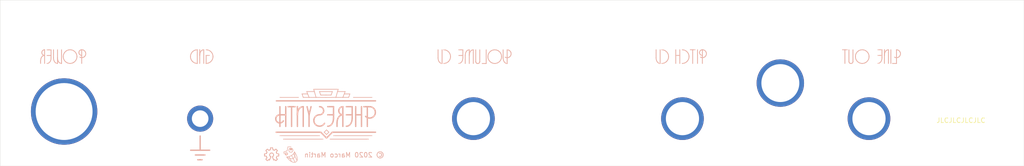
<source format=kicad_pcb>
(kicad_pcb (version 20171130) (host pcbnew 5.1.5-5.1.5)

  (general
    (thickness 1.6)
    (drawings 339)
    (tracks 0)
    (zones 0)
    (modules 6)
    (nets 1)
  )

  (page A4)
  (layers
    (0 F.Cu signal)
    (31 B.Cu signal)
    (32 B.Adhes user)
    (33 F.Adhes user)
    (34 B.Paste user)
    (35 F.Paste user)
    (36 B.SilkS user)
    (37 F.SilkS user)
    (38 B.Mask user)
    (39 F.Mask user)
    (40 Dwgs.User user)
    (41 Cmts.User user)
    (42 Eco1.User user)
    (43 Eco2.User user)
    (44 Edge.Cuts user)
    (45 Margin user)
    (46 B.CrtYd user)
    (47 F.CrtYd user)
    (48 B.Fab user)
    (49 F.Fab user)
  )

  (setup
    (last_trace_width 0.25)
    (trace_clearance 0.2)
    (zone_clearance 0.508)
    (zone_45_only no)
    (trace_min 0.2)
    (via_size 0.8)
    (via_drill 0.4)
    (via_min_size 0.4)
    (via_min_drill 0.3)
    (uvia_size 0.3)
    (uvia_drill 0.1)
    (uvias_allowed no)
    (uvia_min_size 0.2)
    (uvia_min_drill 0.1)
    (edge_width 0.05)
    (segment_width 0.2)
    (pcb_text_width 0.3)
    (pcb_text_size 1.5 1.5)
    (mod_edge_width 0.12)
    (mod_text_size 1 1)
    (mod_text_width 0.15)
    (pad_size 10 10)
    (pad_drill 8)
    (pad_to_mask_clearance 0.051)
    (solder_mask_min_width 0.25)
    (aux_axis_origin 0 0)
    (grid_origin 44 129.47)
    (visible_elements FFFFFF7F)
    (pcbplotparams
      (layerselection 0x010fc_ffffffff)
      (usegerberextensions false)
      (usegerberattributes false)
      (usegerberadvancedattributes false)
      (creategerberjobfile false)
      (excludeedgelayer true)
      (linewidth 0.100000)
      (plotframeref false)
      (viasonmask false)
      (mode 1)
      (useauxorigin false)
      (hpglpennumber 1)
      (hpglpenspeed 20)
      (hpglpendiameter 15.000000)
      (psnegative false)
      (psa4output false)
      (plotreference true)
      (plotvalue true)
      (plotinvisibletext false)
      (padsonsilk false)
      (subtractmaskfromsilk false)
      (outputformat 1)
      (mirror false)
      (drillshape 0)
      (scaleselection 1)
      (outputdirectory "gerber/"))
  )

  (net 0 "")

  (net_class Default "This is the default net class."
    (clearance 0.2)
    (trace_width 0.25)
    (via_dia 0.8)
    (via_drill 0.4)
    (uvia_dia 0.3)
    (uvia_drill 0.1)
  )

  (net_class Power ""
    (clearance 0.4)
    (trace_width 0.5)
    (via_dia 0.8)
    (via_drill 0.4)
    (uvia_dia 0.3)
    (uvia_drill 0.1)
  )

  (module theresynth-backpanel:PotentiometerPanel_Hole (layer F.Cu) (tedit 5F995089) (tstamp 5F996121)
    (at 207.6 45.77)
    (fp_text reference REF** (at 0 0.5) (layer F.SilkS)
      (effects (font (size 1 1) (thickness 0.15)))
    )
    (fp_text value PotentiometerPanel_Hole (at 0 -0.5) (layer F.Fab)
      (effects (font (size 1 1) (thickness 0.15)))
    )
    (pad 1 thru_hole circle (at 0 -0.27) (size 10 10) (drill 8) (layers *.Cu *.Mask))
  )

  (module theresynth-backpanel:led_panel_hole (layer F.Cu) (tedit 5F971E74) (tstamp 5F97C30D)
    (at 85.2 58.97)
    (fp_text reference REF** (at 0 0.5) (layer F.SilkS) hide
      (effects (font (size 1 1) (thickness 0.15)))
    )
    (fp_text value led_panel_hole (at 0 -0.5) (layer F.Fab) hide
      (effects (font (size 1 1) (thickness 0.15)))
    )
    (pad 1 thru_hole circle (at 0 -5.97) (size 5.5 5.5) (drill 3.5) (layers *.Cu *.Mask))
  )

  (module theresynth-backpanel:stereo_jack_panel_hole (layer F.Cu) (tedit 5F971C59) (tstamp 5F97C000)
    (at 226.3 53)
    (fp_text reference REF** (at 0 0.5) (layer F.SilkS) hide
      (effects (font (size 1 1) (thickness 0.15)))
    )
    (fp_text value stereo_jack_panel_hole (at 0 -0.5) (layer F.Fab) hide
      (effects (font (size 1 1) (thickness 0.15)))
    )
    (pad 1 thru_hole circle (at 0 0) (size 9 9) (drill 7) (layers *.Cu *.Mask))
  )

  (module theresynth-backpanel:stereo_jack_panel_hole (layer F.Cu) (tedit 5F971C47) (tstamp 5F97BF55)
    (at 186.4 53)
    (fp_text reference REF** (at 0 0.5) (layer F.SilkS) hide
      (effects (font (size 1 1) (thickness 0.15)))
    )
    (fp_text value stereo_jack_panel_hole (at 0 -0.5) (layer F.Fab) hide
      (effects (font (size 1 1) (thickness 0.15)))
    )
    (pad 1 thru_hole circle (at 0.55 0) (size 9 9) (drill 7) (layers *.Cu *.Mask))
  )

  (module theresynth-backpanel:stereo_jack_panel_hole (layer F.Cu) (tedit 5F971C59) (tstamp 5F97BE69)
    (at 142.85 53)
    (fp_text reference REF** (at 0 0.5) (layer F.SilkS) hide
      (effects (font (size 1 1) (thickness 0.15)))
    )
    (fp_text value stereo_jack_panel_hole (at 0 -0.5) (layer F.Fab) hide
      (effects (font (size 1 1) (thickness 0.15)))
    )
    (pad 1 thru_hole circle (at 0 0) (size 9 9) (drill 7) (layers *.Cu *.Mask))
  )

  (module theresynth-backpanel:PotentiometerPanel_Hole (layer F.Cu) (tedit 5F971EA1) (tstamp 5F97BCEE)
    (at 162.8 45.5)
    (fp_text reference REF** (at 0 0.5) (layer F.SilkS) hide
      (effects (font (size 1 1) (thickness 0.15)))
    )
    (fp_text value PotentiometerPanel_Hole (at 0 -0.5) (layer F.Fab) hide
      (effects (font (size 1 1) (thickness 0.15)))
    )
    (pad 1 thru_hole circle (at -106.3 6) (size 14 14) (drill 12) (layers *.Cu *.Mask))
  )

  (gr_curve (pts (xy 137.603165 40.938963) (xy 137.332722 41.209406) (xy 136.965923 41.361339) (xy 136.583459 41.361339)) (layer B.SilkS) (width 0.18) (tstamp 5F97C5AE))
  (gr_line (start 136.243308 38.47) (end 136.243308 41.361339) (layer B.SilkS) (width 0.18) (tstamp 5F97C5AD))
  (gr_line (start 135.392913 40.170788) (end 135.392913 38.47) (layer B.SilkS) (width 0.18) (tstamp 5F97C5AC))
  (gr_curve (pts (xy 136.583459 38.477176) (xy 137.379899 38.477176) (xy 138.025541 39.122817) (xy 138.025541 39.919257)) (layer B.SilkS) (width 0.18) (tstamp 5F97C5AB))
  (gr_curve (pts (xy 138.025541 39.919257) (xy 138.025542 40.301721) (xy 137.873608 40.66852) (xy 137.603165 40.938963)) (layer B.SilkS) (width 0.18) (tstamp 5F97C5AA))
  (gr_curve (pts (xy 136.243308 41.361339) (xy 135.733072 41.361339) (xy 135.392913 40.851103) (xy 135.392913 40.170788)) (layer B.SilkS) (width 0.18) (tstamp 5F97C5A9))
  (gr_line (start 55.96063 38.467638) (end 55.96063 41.358977) (layer B.SilkS) (width 0.18))
  (gr_curve (pts (xy 150.506451 39.958178) (xy 150.237583 40.183784) (xy 149.856322 40.21714) (xy 149.552363 40.041649)) (layer B.SilkS) (width 0.18))
  (gr_curve (pts (xy 226.316804 39.917265) (xy 226.316804 40.432471) (xy 226.041945 40.908541) (xy 225.595763 41.166145)) (layer B.SilkS) (width 0.18))
  (gr_line (start 220.706301 38.47) (end 221.726773 38.47) (layer B.SilkS) (width 0.18))
  (gr_line (start 85.106301 38.467638) (end 85.106301 38.467638) (layer B.SilkS) (width 0.18))
  (gr_curve (pts (xy 222.917154 40.974702) (xy 222.917154 41.115262) (xy 222.836144 41.245145) (xy 222.704639 41.315424)) (layer B.SilkS) (width 0.18))
  (gr_curve (pts (xy 60.2126 38.467638) (xy 59.884205 38.467638) (xy 59.617989 38.735184) (xy 59.617989 39.063579)) (layer B.SilkS) (width 0.18))
  (gr_curve (pts (xy 183.603165 40.938963) (xy 183.332722 41.209406) (xy 182.965923 41.361339) (xy 182.583459 41.361339)) (layer B.SilkS) (width 0.18))
  (gr_curve (pts (xy 191.953252 39.019222) (xy 192.073295 39.349037) (xy 191.97424 39.718715) (xy 191.705372 39.944321)) (layer B.SilkS) (width 0.18))
  (gr_curve (pts (xy 191.168723 38.46989) (xy 191.519704 38.46989) (xy 191.833209 38.689408) (xy 191.953252 39.019222)) (layer B.SilkS) (width 0.18))
  (gr_line (start 185.535434 41.361339) (end 185.535434 38.47) (layer B.SilkS) (width 0.18))
  (gr_curve (pts (xy 83.576361 38.89719) (xy 83.305919 39.167633) (xy 83.153985 39.534432) (xy 83.153985 39.916896)) (layer B.SilkS) (width 0.18))
  (gr_line (start 222.91729 40.976063) (end 222.917154 40.974702) (layer B.SilkS) (width 0.18))
  (gr_line (start 59.203192 39.914903) (end 59.203192 39.914903) (layer B.SilkS) (width 0.18))
  (gr_line (start 185.535434 39.660551) (end 186.385828 39.660551) (layer B.SilkS) (width 0.18))
  (gr_line (start 186.385828 41.361339) (end 186.385828 38.47) (layer B.SilkS) (width 0.18))
  (gr_line (start 188.596852 38.47) (end 189.617324 38.47) (layer B.SilkS) (width 0.18))
  (gr_curve (pts (xy 148.072031 41.17276) (xy 147.625849 41.430363) (xy 147.076131 41.430363) (xy 146.629949 41.17276)) (layer B.SilkS) (width 0.18))
  (gr_curve (pts (xy 187.915772 40.938963) (xy 187.645329 41.209406) (xy 187.27853 41.361339) (xy 186.896066 41.361339)) (layer B.SilkS) (width 0.18))
  (gr_curve (pts (xy 188.338148 39.919257) (xy 188.338148 40.301721) (xy 188.186215 40.66852) (xy 187.915772 40.938963)) (layer B.SilkS) (width 0.18))
  (gr_line (start 222.067095 40.974702) (end 222.066925 40.976233) (layer B.SilkS) (width 0.18))
  (gr_curve (pts (xy 186.896066 38.477176) (xy 187.692506 38.477176) (xy 188.338148 39.122817) (xy 188.338148 39.919257)) (layer B.SilkS) (width 0.18))
  (gr_line (start 189.107088 41.361339) (end 189.107088 38.47) (layer B.SilkS) (width 0.18))
  (gr_line (start 85.106301 39.658189) (end 85.106301 41.358977) (layer B.SilkS) (width 0.18))
  (gr_line (start 53.749608 38.488898) (end 52.899214 38.488898) (layer B.SilkS) (width 0.18))
  (gr_curve (pts (xy 59.203192 39.914903) (xy 59.203192 40.430109) (xy 58.928333 40.906179) (xy 58.482151 41.163782)) (layer B.SilkS) (width 0.18))
  (gr_curve (pts (xy 84.596068 38.474814) (xy 84.213604 38.474814) (xy 83.846804 38.626747) (xy 83.576361 38.89719)) (layer B.SilkS) (width 0.18))
  (gr_line (start 52.388978 41.358978) (end 52.388978 38.46764) (layer B.SilkS) (width 0.18))
  (gr_curve (pts (xy 182.583459 38.477176) (xy 183.379899 38.477176) (xy 184.025541 39.122817) (xy 184.025541 39.919257)) (layer B.SilkS) (width 0.18))
  (gr_line (start 190.12756 41.361339) (end 190.12756 38.47) (layer B.SilkS) (width 0.18))
  (gr_curve (pts (xy 149.969801 38.483747) (xy 150.320782 38.483747) (xy 150.634287 38.703265) (xy 150.75433 39.033079)) (layer B.SilkS) (width 0.18))
  (gr_line (start 191.148033 38.47) (end 191.148033 38.47) (layer B.SilkS) (width 0.18))
  (gr_curve (pts (xy 87.909011 39.914425) (xy 87.909011 40.710864) (xy 87.26337 41.358977) (xy 86.466929 41.358977)) (layer B.SilkS) (width 0.18))
  (gr_line (start 86.466929 39.658189) (end 87.147247 39.658189) (layer B.SilkS) (width 0.18))
  (gr_line (start 86.466929 41.358977) (end 86.466929 39.658189) (layer B.SilkS) (width 0.18))
  (gr_line (start 60.2126 38.467638) (end 60.2126 38.467638) (layer B.SilkS) (width 0.18))
  (gr_curve (pts (xy 55.96063 41.358977) (xy 55.450397 41.358977) (xy 55.110238 40.84874) (xy 55.110238 40.168426)) (layer B.SilkS) (width 0.18))
  (gr_line (start 52.388978 38.46764) (end 52.388978 38.46764) (layer B.SilkS) (width 0.18))
  (gr_line (start 191.148033 41.361339) (end 191.148033 38.47) (layer B.SilkS) (width 0.18))
  (gr_curve (pts (xy 190.553422 39.065941) (xy 190.553422 39.394336) (xy 190.819638 39.660551) (xy 191.148033 39.660551)) (layer B.SilkS) (width 0.18))
  (gr_curve (pts (xy 191.148033 38.47) (xy 190.819638 38.47) (xy 190.553422 38.737546) (xy 190.553422 39.065941)) (layer B.SilkS) (width 0.18))
  (gr_curve (pts (xy 57.040069 38.666023) (xy 57.486251 38.40842) (xy 58.03597 38.40842) (xy 58.482151 38.666023)) (layer B.SilkS) (width 0.18))
  (gr_line (start 54.259846 40.168426) (end 54.259846 38.467638) (layer B.SilkS) (width 0.18))
  (gr_curve (pts (xy 51.794367 39.063578) (xy 51.794367 39.391972) (xy 52.060583 39.658189) (xy 52.388978 39.658189)) (layer B.SilkS) (width 0.18))
  (gr_curve (pts (xy 55.110238 41.358977) (xy 54.6 41.358977) (xy 54.259846 40.84874) (xy 54.259846 40.168426)) (layer B.SilkS) (width 0.18))
  (gr_curve (pts (xy 60.234064 38.467528) (xy 60.585045 38.467527) (xy 60.89855 38.687045) (xy 61.018593 39.01686)) (layer B.SilkS) (width 0.18))
  (gr_curve (pts (xy 85.956694 38.467638) (xy 85.446458 38.467638) (xy 85.106301 38.977874) (xy 85.106301 39.658189)) (layer B.SilkS) (width 0.18))
  (gr_line (start 51.538584 40.848742) (end 51.538584 41.358978) (layer B.SilkS) (width 0.18))
  (gr_line (start 181.392913 40.170788) (end 181.392913 38.47) (layer B.SilkS) (width 0.18))
  (gr_line (start 60.2126 41.358977) (end 60.2126 38.467638) (layer B.SilkS) (width 0.18))
  (gr_curve (pts (xy 59.617989 39.063579) (xy 59.617989 39.391974) (xy 59.884205 39.658189) (xy 60.2126 39.658189)) (layer B.SilkS) (width 0.18))
  (gr_line (start 53.749608 40.168426) (end 53.749608 38.488898) (layer B.SilkS) (width 0.18))
  (gr_line (start 226.316804 39.917265) (end 226.316804 39.917265) (layer B.SilkS) (width 0.18))
  (gr_curve (pts (xy 224.153681 38.668385) (xy 224.599863 38.410782) (xy 225.149582 38.410782) (xy 225.595763 38.668385)) (layer B.SilkS) (width 0.18))
  (gr_line (start 84.596068 41.361448) (end 84.596068 38.470109) (layer B.SilkS) (width 0.18))
  (gr_curve (pts (xy 58.482151 41.163782) (xy 58.03597 41.421385) (xy 57.486251 41.421385) (xy 57.040069 41.163782)) (layer B.SilkS) (width 0.18))
  (gr_curve (pts (xy 61.018593 39.01686) (xy 61.138636 39.346675) (xy 61.039581 39.716352) (xy 60.770713 39.941959)) (layer B.SilkS) (width 0.18))
  (gr_curve (pts (xy 148.793072 39.92388) (xy 148.793072 40.439086) (xy 148.518213 40.915156) (xy 148.072031 41.17276)) (layer B.SilkS) (width 0.18))
  (gr_line (start 149.97008 38.482599) (end 149.97008 41.373937) (layer B.SilkS) (width 0.18))
  (gr_curve (pts (xy 182.243308 41.361339) (xy 181.733072 41.361339) (xy 181.392913 40.851103) (xy 181.392913 40.170788)) (layer B.SilkS) (width 0.18))
  (gr_curve (pts (xy 150.75433 39.033079) (xy 150.874373 39.362894) (xy 150.775318 39.732572) (xy 150.506451 39.958178)) (layer B.SilkS) (width 0.18))
  (gr_curve (pts (xy 222.704639 41.315424) (xy 222.573134 41.385704) (xy 222.411115 41.385704) (xy 222.279611 41.315424)) (layer B.SilkS) (width 0.18))
  (gr_line (start 85.106301 39.658189) (end 85.106301 38.467638) (layer B.SilkS) (width 0.18))
  (gr_curve (pts (xy 224.153681 41.166145) (xy 223.7075 40.908541) (xy 223.43264 40.432471) (xy 223.43264 39.917265)) (layer B.SilkS) (width 0.18))
  (gr_line (start 222.91729 38.475594) (end 222.91729 40.976063) (layer B.SilkS) (width 0.18))
  (gr_line (start 55.110238 38.467638) (end 55.110238 41.358977) (layer B.SilkS) (width 0.18))
  (gr_curve (pts (xy 58.482151 38.666023) (xy 58.928333 38.923626) (xy 59.203192 39.399697) (xy 59.203192 39.914903)) (layer B.SilkS) (width 0.18))
  (gr_curve (pts (xy 225.595763 41.166145) (xy 225.149582 41.423748) (xy 224.599863 41.423748) (xy 224.153681 41.166145)) (layer B.SilkS) (width 0.18))
  (gr_curve (pts (xy 223.43264 39.917265) (xy 223.43264 39.402059) (xy 223.7075 38.925989) (xy 224.153681 38.668385)) (layer B.SilkS) (width 0.18))
  (gr_line (start 86.466929 41.358977) (end 86.466929 41.358977) (layer B.SilkS) (width 0.18))
  (gr_curve (pts (xy 60.770713 39.941959) (xy 60.501845 40.167565) (xy 60.120583 40.200921) (xy 59.816624 40.02543)) (layer B.SilkS) (width 0.18))
  (gr_line (start 139.765356 39.67315) (end 140.615749 39.67315) (layer B.SilkS) (width 0.18))
  (gr_curve (pts (xy 222.279611 41.315424) (xy 222.148106 41.245145) (xy 222.067095 41.115262) (xy 222.067095 40.974702)) (layer B.SilkS) (width 0.18))
  (gr_line (start 230.911025 41.361339) (end 230.911025 38.47) (layer B.SilkS) (width 0.18))
  (gr_curve (pts (xy 52.388978 38.46764) (xy 52.060583 38.46764) (xy 51.794367 38.735183) (xy 51.794367 39.063578)) (layer B.SilkS) (width 0.18))
  (gr_curve (pts (xy 141.976379 38.482599) (xy 141.466143 38.482599) (xy 141.125986 38.992835) (xy 141.125986 39.67315)) (layer B.SilkS) (width 0.18))
  (gr_line (start 141.976379 41.373937) (end 141.976379 38.482599) (layer B.SilkS) (width 0.18))
  (gr_line (start 229.550395 38.470001) (end 229.550395 38.470001) (layer B.SilkS) (width 0.18))
  (gr_line (start 85.956694 41.358977) (end 85.956694 38.467638) (layer B.SilkS) (width 0.18))
  (gr_curve (pts (xy 139.765356 41.352677) (xy 140.275592 41.352677) (xy 140.615749 40.842441) (xy 140.615749 40.162126)) (layer B.SilkS) (width 0.18))
  (gr_curve (pts (xy 191.705372 39.944321) (xy 191.436505 40.169927) (xy 191.055243 40.203283) (xy 190.751285 40.027792)) (layer B.SilkS) (width 0.18))
  (gr_curve (pts (xy 86.466929 38.472343) (xy 87.26337 38.472343) (xy 87.909011 39.117985) (xy 87.909011 39.914425)) (layer B.SilkS) (width 0.18))
  (gr_line (start 141.125986 39.67315) (end 141.125986 41.373937) (layer B.SilkS) (width 0.18))
  (gr_line (start 140.615749 40.162126) (end 140.615749 38.482599) (layer B.SilkS) (width 0.18))
  (gr_curve (pts (xy 56.319028 39.914903) (xy 56.319028 39.399697) (xy 56.593888 38.923626) (xy 57.040069 38.666023)) (layer B.SilkS) (width 0.18))
  (gr_line (start 140.615749 38.482599) (end 139.765356 38.482599) (layer B.SilkS) (width 0.18))
  (gr_line (start 229.550395 39.660551) (end 229.550395 38.470001) (layer B.SilkS) (width 0.18))
  (gr_line (start 142.826773 41.373937) (end 142.826773 38.482599) (layer B.SilkS) (width 0.18))
  (gr_curve (pts (xy 57.040069 41.163782) (xy 56.593888 40.906179) (xy 56.319028 40.430109) (xy 56.319028 39.914903)) (layer B.SilkS) (width 0.18))
  (gr_curve (pts (xy 143.974752 41.322429) (xy 143.843247 41.392707) (xy 143.68123 41.392707) (xy 143.549725 41.322429)) (layer B.SilkS) (width 0.18))
  (gr_curve (pts (xy 143.549725 41.322429) (xy 143.41822 41.252149) (xy 143.33721 41.122267) (xy 143.33721 40.981707)) (layer B.SilkS) (width 0.18))
  (gr_line (start 221.216537 41.361339) (end 221.216537 38.47) (layer B.SilkS) (width 0.18))
  (gr_line (start 222.066925 40.976233) (end 222.066925 38.475649) (layer B.SilkS) (width 0.18))
  (gr_line (start 144.187403 38.482599) (end 144.187403 40.983068) (layer B.SilkS) (width 0.18))
  (gr_curve (pts (xy 83.153985 39.916896) (xy 83.153985 40.29936) (xy 83.305919 40.666159) (xy 83.576362 40.936602)) (layer B.SilkS) (width 0.18))
  (gr_line (start 144.187403 40.983068) (end 144.187267 40.981707) (layer B.SilkS) (width 0.18))
  (gr_line (start 52.899214 39.679449) (end 53.749608 39.679449) (layer B.SilkS) (width 0.18))
  (gr_line (start 229.550395 39.660551) (end 229.550395 41.361339) (layer B.SilkS) (width 0.18))
  (gr_line (start 230.400789 41.361339) (end 230.400789 38.47) (layer B.SilkS) (width 0.18))
  (gr_line (start 143.33721 40.981707) (end 143.33704 40.983238) (layer B.SilkS) (width 0.18))
  (gr_line (start 143.33704 40.983238) (end 143.33704 38.482648) (layer B.SilkS) (width 0.18))
  (gr_curve (pts (xy 230.400789 38.47) (xy 229.890552 38.47) (xy 229.550395 38.980237) (xy 229.550395 39.660551)) (layer B.SilkS) (width 0.18))
  (gr_curve (pts (xy 142.826773 38.482599) (xy 142.316537 38.482599) (xy 141.976379 38.992835) (xy 141.976379 39.67315)) (layer B.SilkS) (width 0.18))
  (gr_curve (pts (xy 144.187267 40.981707) (xy 144.187267 41.122267) (xy 144.106257 41.252149) (xy 143.974752 41.322429)) (layer B.SilkS) (width 0.18))
  (gr_curve (pts (xy 52.388978 39.658191) (xy 51.878741 39.658191) (xy 51.538584 40.168427) (xy 51.538584 40.848742)) (layer B.SilkS) (width 0.18))
  (gr_line (start 182.243308 38.47) (end 182.243308 41.361339) (layer B.SilkS) (width 0.18))
  (gr_line (start 228.189765 39.660551) (end 229.040159 39.660551) (layer B.SilkS) (width 0.18))
  (gr_curve (pts (xy 145.908908 39.92388) (xy 145.908908 39.408674) (xy 146.183767 38.932604) (xy 146.629949 38.675)) (layer B.SilkS) (width 0.18))
  (gr_curve (pts (xy 83.576362 40.936602) (xy 83.846804 41.207045) (xy 84.213604 41.358978) (xy 84.596068 41.358978)) (layer B.SilkS) (width 0.18))
  (gr_curve (pts (xy 225.595763 38.668385) (xy 226.041945 38.925989) (xy 226.316804 39.402059) (xy 226.316804 39.917265)) (layer B.SilkS) (width 0.18))
  (gr_line (start 229.040159 38.47) (end 228.189765 38.47) (layer B.SilkS) (width 0.18))
  (gr_line (start 229.040159 40.149528) (end 229.040159 38.47) (layer B.SilkS) (width 0.18))
  (gr_curve (pts (xy 146.629949 38.675) (xy 147.076131 38.417397) (xy 147.625849 38.417397) (xy 148.072031 38.675)) (layer B.SilkS) (width 0.18))
  (gr_curve (pts (xy 148.072031 38.675) (xy 148.518213 38.932604) (xy 148.793072 39.408674) (xy 148.793072 39.92388)) (layer B.SilkS) (width 0.18))
  (gr_line (start 149.119686 40.183386) (end 149.119686 38.482599) (layer B.SilkS) (width 0.18))
  (gr_line (start 148.793072 39.92388) (end 148.793072 39.92388) (layer B.SilkS) (width 0.18))
  (gr_line (start 232.101576 41.361339) (end 231.251182 41.361339) (layer B.SilkS) (width 0.18))
  (gr_line (start 145.548033 38.482599) (end 145.548033 41.373937) (layer B.SilkS) (width 0.18))
  (gr_line (start 232.101576 38.47) (end 232.101576 41.361339) (layer B.SilkS) (width 0.18))
  (gr_line (start 145.548033 41.373937) (end 144.697639 41.373937) (layer B.SilkS) (width 0.18))
  (gr_curve (pts (xy 228.189765 41.340079) (xy 228.700002 41.340079) (xy 229.040159 40.829843) (xy 229.040159 40.149528)) (layer B.SilkS) (width 0.18))
  (gr_curve (pts (xy 146.629949 41.17276) (xy 146.183767 40.915156) (xy 145.908908 40.439086) (xy 145.908908 39.92388)) (layer B.SilkS) (width 0.18))
  (gr_curve (pts (xy 184.025541 39.919257) (xy 184.025542 40.301721) (xy 183.873608 40.66852) (xy 183.603165 40.938963)) (layer B.SilkS) (width 0.18))
  (gr_curve (pts (xy 232.639938 39.951048) (xy 232.371071 40.176654) (xy 231.989809 40.21001) (xy 231.68585 40.034519)) (layer B.SilkS) (width 0.18))
  (gr_curve (pts (xy 232.887818 39.025949) (xy 233.007861 39.355763) (xy 232.908806 39.725441) (xy 232.639938 39.951048)) (layer B.SilkS) (width 0.18))
  (gr_curve (pts (xy 232.103289 38.476616) (xy 232.45427 38.476616) (xy 232.767775 38.696134) (xy 232.887818 39.025949)) (layer B.SilkS) (width 0.18))
  (gr_curve (pts (xy 52.899214 41.358977) (xy 53.40945 41.358977) (xy 53.749608 40.84874) (xy 53.749608 40.168426)) (layer B.SilkS) (width 0.18))
  (gr_curve (pts (xy 149.97008 41.373937) (xy 149.459844 41.373937) (xy 149.119686 40.863701) (xy 149.119686 40.183386)) (layer B.SilkS) (width 0.18))
  (gr_line (start 85.6 61.67) (end 84.7 61.67) (layer B.SilkS) (width 0.3))
  (gr_line (start 86.2 60.67) (end 84.2 60.67) (layer B.SilkS) (width 0.3))
  (gr_line (start 87.2 59.67) (end 83.2 59.67) (layer B.SilkS) (width 0.3))
  (gr_line (start 85.2 56.67) (end 85.2 59.67) (layer B.SilkS) (width 0.3))
  (gr_line (start 43 28) (end 43 63) (layer Edge.Cuts) (width 0.05) (tstamp 5F9468EB))
  (gr_line (start 259 28) (end 43 28) (layer Edge.Cuts) (width 0.05))
  (gr_line (start 259 63) (end 259 28) (layer Edge.Cuts) (width 0.05))
  (gr_line (start 43 63) (end 259 63) (layer Edge.Cuts) (width 0.05))
  (gr_curve (pts (xy 109.203735 53.183733) (xy 109.102033 53.758144) (xy 109.429132 54.322363) (xy 109.979495 54.521853)) (layer B.SilkS) (width 0.3))
  (gr_line (start 109.65039 48.52) (end 108.175234 48.52) (layer B.SilkS) (width 0.15))
  (gr_line (start 106.700078 47.785459) (end 106.945937 48.52) (layer B.SilkS) (width 0.15))
  (gr_line (start 102.028752 56.599939) (end 110.387968 56.599939) (layer B.SilkS) (width 0.15))
  (gr_curve (pts (xy 115.305156 50.478775) (xy 114.830441 50.478775) (xy 114.44561 50.863935) (xy 114.44561 51.336695)) (layer B.SilkS) (width 0.3))
  (gr_line (start 115.796875 47.295769) (end 114.182289 47.295769) (layer B.SilkS) (width 0.15))
  (gr_line (start 113.83 48.52) (end 111.740195 48.52) (layer B.SilkS) (width 0.15))
  (gr_curve (pts (xy 121.563155 52.723194) (xy 121.090101 52.995187) (xy 120.492583 52.916846) (xy 120.106336 52.532191)) (layer B.SilkS) (width 0.3))
  (gr_curve (pts (xy 110.68625 50.530496) (xy 111.078227 50.672576) (xy 111.311193 51.074421) (xy 111.238757 51.483524)) (layer B.SilkS) (width 0.3))
  (gr_curve (pts (xy 102.014026 52.193539) (xy 101.596894 52.193539) (xy 101.239972 52.491797) (xy 101.167537 52.900901)) (layer B.SilkS) (width 0.3))
  (gr_line (start 113.092421 47.295764) (end 112.833475 48.030305) (layer B.SilkS) (width 0.15))
  (gr_line (start 113.338281 50.478775) (end 112.108984 50.478775) (layer B.SilkS) (width 0.3))
  (gr_line (start 108.593925 50.478775) (end 108.175234 52.192701) (layer B.SilkS) (width 0.3))
  (gr_line (start 110.392268 52.190886) (end 110.392268 52.190886) (layer B.SilkS) (width 0.3))
  (gr_line (start 102.028749 54.641163) (end 102.028749 50.478775) (layer B.SilkS) (width 0.3))
  (gr_line (start 118.00961 52.192701) (end 119.238907 52.192701) (layer B.SilkS) (width 0.3))
  (gr_curve (pts (xy 115.305156 52.192701) (xy 114.567578 52.192701) (xy 114.075859 52.927241) (xy 114.075859 53.906631)) (layer B.SilkS) (width 0.3))
  (gr_line (start 101.291173 55.865403) (end 101.291173 55.865403) (layer B.SilkS) (width 0.3))
  (gr_line (start 115.305156 50.478775) (end 115.305156 50.478775) (layer B.SilkS) (width 0.3))
  (gr_line (start 108.175234 48.52) (end 107.683515 47.295769) (layer B.SilkS) (width 0.15))
  (gr_line (start 111.863124 57.089634) (end 110.63383 55.865403) (layer B.SilkS) (width 0.3))
  (gr_line (start 104.487343 54.641163) (end 104.487343 50.478775) (layer B.SilkS) (width 0.3))
  (gr_line (start 111.371406 55.865403) (end 111.863124 56.355093) (layer B.SilkS) (width 0.15))
  (gr_line (start 107.881938 47.785459) (end 106.700078 47.785459) (layer B.SilkS) (width 0.15))
  (gr_line (start 119.730626 50.478775) (end 120.959923 50.478775) (layer B.SilkS) (width 0.3))
  (gr_line (start 105.716639 52.192701) (end 105.716639 54.641163) (layer B.SilkS) (width 0.3))
  (gr_curve (pts (xy 109.979495 54.521853) (xy 110.529859 54.721347) (xy 111.144603 54.49851) (xy 111.437446 53.993389)) (layer B.SilkS) (width 0.3))
  (gr_line (start 117.272032 50.478775) (end 116.042734 50.478775) (layer B.SilkS) (width 0.3))
  (gr_line (start 108.175234 54.641163) (end 108.175234 52.192701) (layer B.SilkS) (width 0.3))
  (gr_line (start 109.158671 46.806069) (end 114.321719 46.806069) (layer B.SilkS) (width 0.15))
  (gr_line (start 109.65039 48.52) (end 109.158671 46.806069) (layer B.SilkS) (width 0.15))
  (gr_line (start 110.373504 47.295764) (end 113.092421 47.295764) (layer B.SilkS) (width 0.15))
  (gr_line (start 105.962499 48.52) (end 102.028749 48.52) (layer B.SilkS) (width 0.15))
  (gr_line (start 105.716639 52.192701) (end 105.716639 50.478775) (layer B.SilkS) (width 0.3))
  (gr_curve (pts (xy 110.387968 50.478775) (xy 110.487396 50.47835) (xy 110.588255 50.494975) (xy 110.68625 50.530496)) (layer B.SilkS) (width 0.3))
  (gr_curve (pts (xy 120.959721 50.480421) (xy 121.505957 50.480421) (xy 121.984091 50.845796) (xy 122.125466 51.371246)) (layer B.SilkS) (width 0.3))
  (gr_line (start 111.732962 48.030305) (end 110.632451 48.030305) (layer B.SilkS) (width 0.15))
  (gr_line (start 106.945937 48.52) (end 108.175234 48.52) (layer B.SilkS) (width 0.15))
  (gr_line (start 102.766327 57.334479) (end 111.125546 57.334479) (layer B.SilkS) (width 0.15))
  (gr_line (start 115.598452 47.785459) (end 116.780313 47.785459) (layer B.SilkS) (width 0.15))
  (gr_line (start 110.632451 48.030305) (end 110.373504 47.295764) (layer B.SilkS) (width 0.15))
  (gr_curve (pts (xy 116.042734 54.610557) (xy 116.780313 54.610557) (xy 117.272032 53.876021) (xy 117.272032 52.896636)) (layer B.SilkS) (width 0.3))
  (gr_line (start 115.305156 48.52) (end 115.796875 47.295769) (layer B.SilkS) (width 0.15))
  (gr_line (start 103.749764 50.478775) (end 105.224921 50.478775) (layer B.SilkS) (width 0.3))
  (gr_curve (pts (xy 106.945937 50.478775) (xy 106.208359 50.478775) (xy 105.716639 51.213315) (xy 105.716639 52.192701)) (layer B.SilkS) (width 0.3))
  (gr_line (start 106.945937 54.641163) (end 106.945937 50.478775) (layer B.SilkS) (width 0.3))
  (gr_line (start 116.780313 47.785459) (end 116.534453 48.52) (layer B.SilkS) (width 0.15))
  (gr_line (start 112.354844 55.865403) (end 111.863124 55.375708) (layer B.SilkS) (width 0.15))
  (gr_line (start 103.258046 54.641163) (end 103.258046 50.478775) (layer B.SilkS) (width 0.3))
  (gr_line (start 120.468204 54.641163) (end 120.468204 50.478775) (layer B.SilkS) (width 0.3))
  (gr_line (start 105.716639 50.478775) (end 105.716639 50.478775) (layer B.SilkS) (width 0.3))
  (gr_line (start 121.451641 48.52) (end 117.517891 48.52) (layer B.SilkS) (width 0.15))
  (gr_line (start 116.042734 52.192701) (end 117.272032 52.192701) (layer B.SilkS) (width 0.3))
  (gr_line (start 113.092421 55.865403) (end 111.863124 57.089634) (layer B.SilkS) (width 0.3))
  (gr_line (start 112.600703 57.334479) (end 120.714063 57.334479) (layer B.SilkS) (width 0.15))
  (gr_curve (pts (xy 101.167537 52.900901) (xy 101.095103 53.310004) (xy 101.328067 53.711848) (xy 101.720043 53.853928)) (layer B.SilkS) (width 0.3))
  (gr_line (start 118.00961 54.641163) (end 118.00961 50.478775) (layer B.SilkS) (width 0.3))
  (gr_line (start 101.291173 55.865403) (end 101.291173 55.865403) (layer B.SilkS) (width 0.3))
  (gr_line (start 114.075859 53.906631) (end 114.075859 54.641172) (layer B.SilkS) (width 0.3))
  (gr_line (start 117.272032 52.896636) (end 117.272032 50.478775) (layer B.SilkS) (width 0.3))
  (gr_line (start 112.108984 52.192701) (end 113.338281 52.192701) (layer B.SilkS) (width 0.3))
  (gr_line (start 111.863124 55.375708) (end 111.371406 55.865403) (layer B.SilkS) (width 0.15))
  (gr_line (start 112.833475 48.030305) (end 111.732962 48.030305) (layer B.SilkS) (width 0.15))
  (gr_curve (pts (xy 122.125466 51.371246) (xy 122.266842 51.896696) (xy 122.036208 52.451201) (xy 121.563155 52.723194)) (layer B.SilkS) (width 0.3))
  (gr_line (start 103.258046 52.192701) (end 102.028749 52.192701) (layer B.SilkS) (width 0.3))
  (gr_line (start 111.740195 48.52) (end 109.65039 48.52) (layer B.SilkS) (width 0.15))
  (gr_line (start 119.238907 54.641163) (end 119.238907 50.478775) (layer B.SilkS) (width 0.3))
  (gr_line (start 110.63383 55.865403) (end 101.291173 55.865403) (layer B.SilkS) (width 0.3))
  (gr_line (start 122.189219 55.865403) (end 113.092421 55.865403) (layer B.SilkS) (width 0.3))
  (gr_line (start 113.338281 52.896636) (end 113.338281 50.478775) (layer B.SilkS) (width 0.3))
  (gr_line (start 121.451641 56.599939) (end 113.338281 56.599939) (layer B.SilkS) (width 0.15))
  (gr_curve (pts (xy 110.392268 52.190886) (xy 109.806582 52.190886) (xy 109.305437 52.609322) (xy 109.203735 53.183733)) (layer B.SilkS) (width 0.3))
  (gr_curve (pts (xy 111.238757 51.483524) (xy 111.166322 51.892627) (xy 110.809401 52.190886) (xy 110.392268 52.190886)) (layer B.SilkS) (width 0.3))
  (gr_line (start 111.863124 56.355093) (end 112.354844 55.865403) (layer B.SilkS) (width 0.15))
  (gr_line (start 107.758003 50.478775) (end 108.175234 52.192701) (layer B.SilkS) (width 0.3))
  (gr_curve (pts (xy 114.44561 51.336695) (xy 114.44561 51.80945) (xy 114.830441 52.192701) (xy 115.305156 52.192701)) (layer B.SilkS) (width 0.3))
  (gr_line (start 101.291173 55.865403) (end 101.291173 55.865403) (layer B.SilkS) (width 0.3))
  (gr_line (start 114.321719 46.806069) (end 113.83 48.52) (layer B.SilkS) (width 0.15))
  (gr_line (start 107.683515 47.295769) (end 109.298101 47.295769) (layer B.SilkS) (width 0.15))
  (gr_line (start 116.534453 48.52) (end 115.305156 48.52) (layer B.SilkS) (width 0.15))
  (gr_curve (pts (xy 101.720043 53.853928) (xy 102.11202 53.996009) (xy 102.54985 53.837308) (xy 102.758416 53.477548)) (layer B.SilkS) (width 0.3))
  (gr_line (start 115.305156 54.641172) (end 115.305156 50.478775) (layer B.SilkS) (width 0.3))
  (gr_curve (pts (xy 112.108984 54.610557) (xy 112.846563 54.610557) (xy 113.338281 53.876021) (xy 113.338281 52.896636)) (layer B.SilkS) (width 0.3))
  (gr_line (start 122.189219 49.25454) (end 101.291173 49.25454) (layer B.SilkS) (width 0.3))
  (gr_line (start 113.83 48.52) (end 115.305156 48.52) (layer B.SilkS) (width 0.15))
  (gr_text JLCJLCJLCJLC (at 245.7 53.37) (layer F.SilkS)
    (effects (font (size 1 1) (thickness 0.15)))
  )
  (gr_line (start 101.480108 59.752792) (end 101.264579 60.066892) (layer B.SilkS) (width 0.18))
  (gr_line (start 100.861532 61.657439) (end 100.732157 61.726514) (layer B.SilkS) (width 0.18))
  (gr_line (start 98.771917 60.848069) (end 98.771872 60.467391) (layer B.SilkS) (width 0.18))
  (gr_curve (pts (xy 98.78832 60.867824) (xy 98.77932 60.866181) (xy 98.771917 60.857249) (xy 98.771917 60.848069)) (layer B.SilkS) (width 0.18))
  (gr_curve (pts (xy 99.076069 59.752792) (xy 99.070916 59.745232) (xy 99.071928 59.733735) (xy 99.078433 59.727232)) (layer B.SilkS) (width 0.18))
  (gr_curve (pts (xy 99.373184 61.859781) (xy 99.365624 61.864934) (xy 99.354104 61.863876) (xy 99.347647 61.857419)) (layer B.SilkS) (width 0.18))
  (gr_curve (pts (xy 100.699107 60.659901) (xy 100.699107 60.427386) (xy 100.510602 60.238904) (xy 100.278109 60.238904)) (layer B.SilkS) (width 0.18))
  (gr_line (start 99.824061 61.726536) (end 99.694686 61.657461) (layer B.SilkS) (width 0.18))
  (gr_line (start 101.183012 61.85976) (end 100.889657 61.658407) (layer B.SilkS) (width 0.18))
  (gr_curve (pts (xy 98.771872 60.467391) (xy 98.771849 60.458189) (xy 98.779228 60.449324) (xy 98.78823 60.447614)) (layer B.SilkS) (width 0.18))
  (gr_line (start 101.477784 61.58823) (end 101.208572 61.857397) (layer B.SilkS) (width 0.18))
  (gr_line (start 99.07607 61.562669) (end 99.281023 61.264026) (layer B.SilkS) (width 0.18))
  (gr_curve (pts (xy 101.376202 60.36) (xy 101.379213 60.368685) (xy 101.38905 60.377145) (xy 101.398095 60.378832)) (layer B.SilkS) (width 0.18))
  (gr_curve (pts (xy 100.484344 61.030206) (xy 100.490331 61.026562) (xy 100.498451 61.020284) (xy 100.504819 61.014524)) (layer B.SilkS) (width 0.18))
  (gr_line (start 101.262802 60.09549) (end 101.376202 60.36) (layer B.SilkS) (width 0.18))
  (gr_line (start 100.112061 61.074126) (end 99.845323 61.718706) (layer B.SilkS) (width 0.18))
  (gr_curve (pts (xy 101.76795 60.447615) (xy 101.776994 60.449325) (xy 101.784352 60.45819) (xy 101.784352 60.46737)) (layer B.SilkS) (width 0.18))
  (gr_curve (pts (xy 99.845323 61.718706) (xy 99.841811 61.727189) (xy 99.832274 61.730699) (xy 99.824061 61.726536)) (layer B.SilkS) (width 0.18))
  (gr_line (start 100.710895 61.718684) (end 100.444135 61.074126) (layer B.SilkS) (width 0.18))
  (gr_line (start 101.398095 60.378832) (end 101.76795 60.447615) (layer B.SilkS) (width 0.18))
  (gr_curve (pts (xy 101.78433 60.848047) (xy 101.78433 60.857227) (xy 101.776949 60.86616) (xy 101.767928 60.867802)) (layer B.SilkS) (width 0.18))
  (gr_line (start 101.208554 59.458065) (end 101.477743 59.727232) (layer B.SilkS) (width 0.18))
  (gr_curve (pts (xy 100.559339 59.550495) (xy 100.561048 59.559517) (xy 100.569508 59.56926) (xy 100.578239 59.57214)) (layer B.SilkS) (width 0.18))
  (gr_line (start 100.488149 59.167927) (end 100.559339 59.550495) (layer B.SilkS) (width 0.18))
  (gr_curve (pts (xy 100.051421 61.014524) (xy 100.057748 61.020284) (xy 100.065889 61.026561) (xy 100.071851 61.030206)) (layer B.SilkS) (width 0.18))
  (gr_curve (pts (xy 100.834671 59.677102) (xy 100.842903 59.681153) (xy 100.855867 59.68023) (xy 100.863404 59.675032)) (layer B.SilkS) (width 0.18))
  (gr_curve (pts (xy 99.170505 60.953931) (xy 99.167741 60.945179) (xy 99.158153 60.936606) (xy 99.149107 60.934964)) (layer B.SilkS) (width 0.18))
  (gr_curve (pts (xy 99.857135 60.659901) (xy 99.857135 60.808896) (xy 99.934602 60.939734) (xy 100.051421 61.014524)) (layer B.SilkS) (width 0.18))
  (gr_line (start 100.578239 59.57214) (end 100.834671 59.677102) (layer B.SilkS) (width 0.18))
  (gr_curve (pts (xy 100.278109 60.238904) (xy 100.045617 60.238904) (xy 99.857135 60.427386) (xy 99.857135 60.659901)) (layer B.SilkS) (width 0.18))
  (gr_curve (pts (xy 101.182994 59.455702) (xy 101.190579 59.450505) (xy 101.202074 59.451563) (xy 101.208554 59.458065)) (layer B.SilkS) (width 0.18))
  (gr_curve (pts (xy 100.104229 61.050029) (xy 100.112019 61.054822) (xy 100.115569 61.065644) (xy 100.112061 61.074126)) (layer B.SilkS) (width 0.18))
  (gr_line (start 100.863404 59.675032) (end 101.182994 59.455702) (layer B.SilkS) (width 0.18))
  (gr_curve (pts (xy 101.477743 59.727232) (xy 101.484223 59.733735) (xy 101.485303 59.745232) (xy 101.480108 59.752792)) (layer B.SilkS) (width 0.18))
  (gr_line (start 100.087739 59.151525) (end 100.468439 59.151525) (layer B.SilkS) (width 0.18))
  (gr_curve (pts (xy 100.889657 61.658407) (xy 100.882097 61.653232) (xy 100.86943 61.652827) (xy 100.861532 61.657439)) (layer B.SilkS) (width 0.18))
  (gr_curve (pts (xy 99.692751 59.675032) (xy 99.700311 59.68023) (xy 99.713271 59.681153) (xy 99.721483 59.677102)) (layer B.SilkS) (width 0.18))
  (gr_line (start 99.373138 59.455702) (end 99.692751 59.675032) (layer B.SilkS) (width 0.18))
  (gr_line (start 99.291574 60.066892) (end 99.076069 59.752792) (layer B.SilkS) (width 0.18))
  (gr_line (start 99.149107 60.934964) (end 98.78832 60.867824) (layer B.SilkS) (width 0.18))
  (gr_line (start 99.28314 61.235294) (end 99.170505 60.953931) (layer B.SilkS) (width 0.18))
  (gr_curve (pts (xy 99.977894 59.57214) (xy 99.986601 59.569259) (xy 99.995084 59.559517) (xy 99.996794 59.550495)) (layer B.SilkS) (width 0.18))
  (gr_line (start 99.721483 59.677102) (end 99.977894 59.57214) (layer B.SilkS) (width 0.18))
  (gr_curve (pts (xy 100.068007 59.167927) (xy 100.069673 59.158905) (xy 100.078559 59.151525) (xy 100.087739 59.151525)) (layer B.SilkS) (width 0.18))
  (gr_curve (pts (xy 99.078434 61.588251) (xy 99.071929 61.581749) (xy 99.070874 61.570229) (xy 99.07607 61.562669)) (layer B.SilkS) (width 0.18))
  (gr_line (start 99.996794 59.550495) (end 100.068007 59.167927) (layer B.SilkS) (width 0.18))
  (gr_curve (pts (xy 100.468439 59.151525) (xy 100.477596 59.151525) (xy 100.486484 59.158904) (xy 100.488149 59.167927)) (layer B.SilkS) (width 0.18))
  (gr_curve (pts (xy 100.504819 61.014524) (xy 100.621616 60.939734) (xy 100.699107 60.808896) (xy 100.699107 60.659901)) (layer B.SilkS) (width 0.18))
  (gr_curve (pts (xy 99.694686 61.657461) (xy 99.686769 61.652848) (xy 99.674121 61.653231) (xy 99.666561 61.658429)) (layer B.SilkS) (width 0.18))
  (gr_line (start 99.078433 59.727232) (end 99.347601 59.458065) (layer B.SilkS) (width 0.18))
  (gr_curve (pts (xy 101.407139 60.934942) (xy 101.398117 60.936584) (xy 101.388465 60.945157) (xy 101.38572 60.95391)) (layer B.SilkS) (width 0.18))
  (gr_line (start 99.666561 61.658429) (end 99.373184 61.859781) (layer B.SilkS) (width 0.18))
  (gr_line (start 101.767928 60.867802) (end 101.407139 60.934942) (layer B.SilkS) (width 0.18))
  (gr_curve (pts (xy 99.281023 61.264026) (xy 99.286193 61.256466) (xy 99.287162 61.243551) (xy 99.28314 61.235294)) (layer B.SilkS) (width 0.18))
  (gr_curve (pts (xy 101.273084 61.235272) (xy 101.269053 61.243529) (xy 101.270006 61.256445) (xy 101.275219 61.264005)) (layer B.SilkS) (width 0.18))
  (gr_line (start 100.451967 61.050029) (end 100.484344 61.030206) (layer B.SilkS) (width 0.18))
  (gr_line (start 101.38572 60.95391) (end 101.273084 61.235272) (layer B.SilkS) (width 0.18))
  (gr_curve (pts (xy 101.480148 61.562647) (xy 101.485327 61.570207) (xy 101.484264 61.581727) (xy 101.477784 61.58823)) (layer B.SilkS) (width 0.18))
  (gr_line (start 101.275219 61.264005) (end 101.480148 61.562647) (layer B.SilkS) (width 0.18))
  (gr_line (start 100.071851 61.030206) (end 100.104229 61.050029) (layer B.SilkS) (width 0.18))
  (gr_curve (pts (xy 101.208572 61.857397) (xy 101.202092 61.863855) (xy 101.190594 61.864912) (xy 101.183012 61.85976)) (layer B.SilkS) (width 0.18))
  (gr_curve (pts (xy 100.444135 61.074126) (xy 100.440606 61.065644) (xy 100.444135 61.054821) (xy 100.451967 61.050029)) (layer B.SilkS) (width 0.18))
  (gr_line (start 101.784352 60.46737) (end 101.78433 60.848047) (layer B.SilkS) (width 0.18))
  (gr_line (start 99.347647 61.857419) (end 99.078434 61.588251) (layer B.SilkS) (width 0.18))
  (gr_curve (pts (xy 101.264579 60.066892) (xy 101.259401 60.074497) (xy 101.258593 60.087322) (xy 101.262802 60.09549)) (layer B.SilkS) (width 0.18))
  (gr_curve (pts (xy 99.158108 60.378832) (xy 99.167107 60.377145) (xy 99.176962 60.368685) (xy 99.18 60.36)) (layer B.SilkS) (width 0.18))
  (gr_line (start 98.78823 60.447615) (end 99.158108 60.378832) (layer B.SilkS) (width 0.18))
  (gr_curve (pts (xy 99.347601 59.458065) (xy 99.354106 59.451562) (xy 99.365578 59.450505) (xy 99.373138 59.455702)) (layer B.SilkS) (width 0.18))
  (gr_curve (pts (xy 99.293377 60.09549) (xy 99.297604 60.087323) (xy 99.296796 60.074497) (xy 99.291574 60.066892)) (layer B.SilkS) (width 0.18))
  (gr_curve (pts (xy 100.732157 61.726514) (xy 100.723968 61.730699) (xy 100.714405 61.727169) (xy 100.710895 61.718684)) (layer B.SilkS) (width 0.18))
  (gr_line (start 99.18 60.36) (end 99.293377 60.09549) (layer B.SilkS) (width 0.18))
  (gr_poly (pts (xy 103.32 60.6) (xy 103.43 60.62) (xy 103.43 60.5) (xy 103.31 60.5)) (layer B.SilkS) (width 0.1))
  (gr_poly (pts (xy 104.25 59.32) (xy 104.23 59.53) (xy 104.48 59.55) (xy 104.53 59.3)) (layer B.SilkS) (width 0.1))
  (gr_line (start 104.502459 60.794728) (end 105.224485 62.215596) (layer B.SilkS) (width 0.12))
  (gr_curve (pts (xy 103.448015 61.081772) (xy 104.824469 63.089737) (xy 106.651306 62.310583) (xy 105.110105 60.023297)) (layer B.SilkS) (width 0.12))
  (gr_line (start 103.540949 59.79725) (end 102.861815 60.044825) (layer B.SilkS) (width 0.12))
  (gr_curve (pts (xy 103.310665 60.455339) (xy 103.272084 60.477699) (xy 103.248318 60.519021) (xy 103.248318 60.56374)) (layer B.SilkS) (width 0.12))
  (gr_line (start 103.730391 58.943294) (end 103.540949 59.79725) (layer B.SilkS) (width 0.12))
  (gr_curve (pts (xy 103.310665 60.67214) (xy 103.349245 60.6945) (xy 103.396778 60.6945) (xy 103.435358 60.67214)) (layer B.SilkS) (width 0.12))
  (gr_curve (pts (xy 104.166467 59.438445) (xy 104.166467 59.51023) (xy 104.204618 59.576563) (xy 104.266549 59.612456)) (layer B.SilkS) (width 0.12))
  (gr_line (start 104.166467 59.438445) (end 104.166467 59.438445) (layer B.SilkS) (width 0.12))
  (gr_curve (pts (xy 103.248318 60.56374) (xy 103.248318 60.608458) (xy 103.272084 60.64978) (xy 103.310665 60.67214)) (layer B.SilkS) (width 0.12))
  (gr_curve (pts (xy 103.390824 60.69785) (xy 103.540854 60.69785) (xy 103.662478 60.575762) (xy 103.662478 60.425159)) (layer B.SilkS) (width 0.12))
  (gr_line (start 104.370206 58.936117) (end 103.730391 58.943294) (layer B.SilkS) (width 0.12))
  (gr_curve (pts (xy 105.110105 60.023297) (xy 104.825723 60.702113) (xy 104.25191 61.005476) (xy 103.448015 61.081772)) (layer B.SilkS) (width 0.12))
  (gr_line (start 103.662478 60.425159) (end 103.662478 60.425159) (layer B.SilkS) (width 0.12))
  (gr_curve (pts (xy 103.435358 60.67214) (xy 103.473938 60.64978) (xy 103.497704 60.608458) (xy 103.497704 60.56374)) (layer B.SilkS) (width 0.12))
  (gr_curve (pts (xy 104.556075 60.04) (xy 104.690997 59.961805) (xy 104.774112 59.817294) (xy 104.774112 59.660904)) (layer B.SilkS) (width 0.12))
  (gr_curve (pts (xy 103.497704 60.56374) (xy 103.497704 60.519021) (xy 103.473938 60.477699) (xy 103.435358 60.455339)) (layer B.SilkS) (width 0.12))
  (gr_line (start 103.959152 61.010011) (end 104.488161 62.072074) (layer B.SilkS) (width 0.12))
  (gr_curve (pts (xy 104.566798 59.438445) (xy 104.566798 59.366659) (xy 104.528646 59.300327) (xy 104.466715 59.264434)) (layer B.SilkS) (width 0.12))
  (gr_line (start 103.497704 60.56374) (end 103.497704 60.56374) (layer B.SilkS) (width 0.12))
  (gr_curve (pts (xy 103.473035 61.096124) (xy 104.416659 61.696018) (xy 105.47087 61.703107) (xy 105.117253 60.055589)) (layer B.SilkS) (width 0.12))
  (gr_curve (pts (xy 103.119171 60.425159) (xy 103.119171 60.575762) (xy 103.240794 60.69785) (xy 103.390824 60.69785)) (layer B.SilkS) (width 0.12))
  (gr_curve (pts (xy 103.390824 60.152467) (xy 103.240794 60.152467) (xy 103.119171 60.274555) (xy 103.119171 60.425159)) (layer B.SilkS) (width 0.12))
  (gr_curve (pts (xy 104.774112 59.660904) (xy 104.774112 59.504514) (xy 104.690997 59.360003) (xy 104.556075 59.281808)) (layer B.SilkS) (width 0.12))
  (gr_curve (pts (xy 103.662478 60.425159) (xy 103.662478 60.274555) (xy 103.540854 60.152467) (xy 103.390824 60.152467)) (layer B.SilkS) (width 0.12))
  (gr_curve (pts (xy 103.435358 60.455339) (xy 103.396778 60.43298) (xy 103.349245 60.43298) (xy 103.310665 60.455339)) (layer B.SilkS) (width 0.12))
  (gr_curve (pts (xy 104.556075 59.281808) (xy 104.421153 59.203613) (xy 104.254922 59.203613) (xy 104.12 59.281808)) (layer B.SilkS) (width 0.12))
  (gr_line (start 102.861815 60.044825) (end 102.908282 60.446687) (layer B.SilkS) (width 0.12))
  (gr_line (start 105.110105 60.023297) (end 105.110105 60.023297) (layer B.SilkS) (width 0.12))
  (gr_curve (pts (xy 104.12 59.281808) (xy 103.985078 59.360003) (xy 103.901962 59.504514) (xy 103.901962 59.660904)) (layer B.SilkS) (width 0.12))
  (gr_line (start 103.901962 59.660904) (end 103.901962 59.660904) (layer B.SilkS) (width 0.12))
  (gr_curve (pts (xy 104.266549 59.264434) (xy 104.204618 59.300327) (xy 104.166467 59.366659) (xy 104.166467 59.438445)) (layer B.SilkS) (width 0.12))
  (gr_curve (pts (xy 104.266549 59.612456) (xy 104.328481 59.648349) (xy 104.404784 59.648349) (xy 104.466715 59.612456)) (layer B.SilkS) (width 0.12))
  (gr_curve (pts (xy 104.466715 59.612456) (xy 104.528646 59.576563) (xy 104.566798 59.51023) (xy 104.566798 59.438445)) (layer B.SilkS) (width 0.12))
  (gr_curve (pts (xy 104.466715 59.264434) (xy 104.404784 59.228541) (xy 104.328481 59.228541) (xy 104.266549 59.264434)) (layer B.SilkS) (width 0.12))
  (gr_line (start 104.909939 60.400042) (end 105.631965 61.82091) (layer B.SilkS) (width 0.12))
  (gr_curve (pts (xy 103.901962 59.660904) (xy 103.901962 59.817294) (xy 103.985078 59.961805) (xy 104.12 60.04)) (layer B.SilkS) (width 0.12))
  (gr_curve (pts (xy 104.12 60.04) (xy 104.254922 60.118195) (xy 104.421153 60.118195) (xy 104.556075 60.04)) (layer B.SilkS) (width 0.12))
  (gr_text "© 2020 Marco Martin" (at 115.6 60.67) (layer B.SilkS)
    (effects (font (size 1 1) (thickness 0.15)) (justify mirror))
  )

)

</source>
